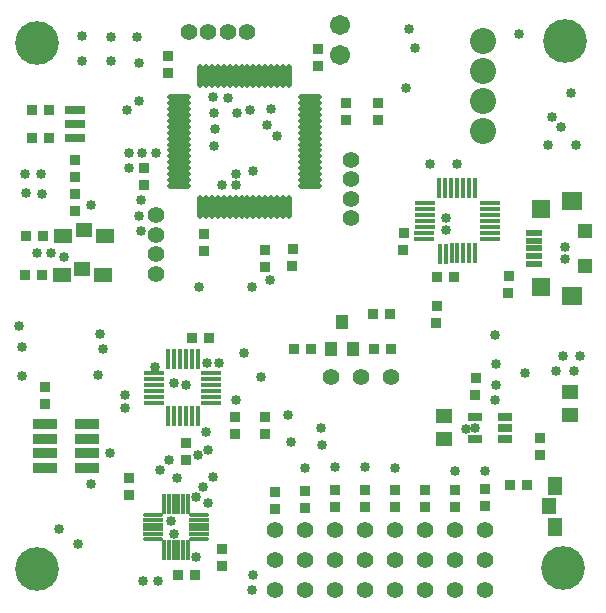
<source format=gts>
G04*
G04 #@! TF.GenerationSoftware,Altium Limited,Altium Designer,18.1.8 (232)*
G04*
G04 Layer_Color=8388736*
%FSLAX25Y25*%
%MOIN*%
G70*
G01*
G75*
%ADD47R,0.05524X0.02375*%
%ADD48R,0.03800X0.03800*%
%ADD49R,0.04343X0.04540*%
%ADD50R,0.04343X0.04540*%
%ADD51R,0.03800X0.03800*%
%ADD52R,0.06312X0.06312*%
%ADD53R,0.06706X0.06115*%
%ADD54R,0.04737X0.05131*%
%ADD55R,0.01706X0.06706*%
%ADD56R,0.06706X0.01706*%
%ADD57R,0.05918X0.04737*%
%ADD58R,0.05524X0.04737*%
%ADD59C,0.05524*%
%ADD60O,0.01981X0.07887*%
%ADD61O,0.07887X0.01981*%
G04:AMPARAMS|DCode=62|XSize=15.87mil|YSize=67.06mil|CornerRadius=7.94mil|HoleSize=0mil|Usage=FLASHONLY|Rotation=90.000|XOffset=0mil|YOffset=0mil|HoleType=Round|Shape=RoundedRectangle|*
%AMROUNDEDRECTD62*
21,1,0.01587,0.05118,0,0,90.0*
21,1,0.00000,0.06706,0,0,90.0*
1,1,0.01587,0.02559,0.00000*
1,1,0.01587,0.02559,0.00000*
1,1,0.01587,-0.02559,0.00000*
1,1,0.01587,-0.02559,0.00000*
%
%ADD62ROUNDEDRECTD62*%
%ADD63R,0.06706X0.01587*%
G04:AMPARAMS|DCode=64|XSize=15.87mil|YSize=67.06mil|CornerRadius=7.94mil|HoleSize=0mil|Usage=FLASHONLY|Rotation=0.000|XOffset=0mil|YOffset=0mil|HoleType=Round|Shape=RoundedRectangle|*
%AMROUNDEDRECTD64*
21,1,0.01587,0.05118,0,0,0.0*
21,1,0.00000,0.06706,0,0,0.0*
1,1,0.01587,0.00000,-0.02559*
1,1,0.01587,0.00000,-0.02559*
1,1,0.01587,0.00000,0.02559*
1,1,0.01587,0.00000,0.02559*
%
%ADD64ROUNDEDRECTD64*%
%ADD65R,0.01587X0.06706*%
%ADD66R,0.07887X0.03200*%
%ADD67R,0.06706X0.01784*%
%ADD68R,0.01784X0.06706*%
%ADD69R,0.06800X0.03162*%
%ADD70R,0.04737X0.05918*%
%ADD71R,0.04737X0.05524*%
%ADD72R,0.04737X0.02800*%
%ADD73R,0.05800X0.04800*%
%ADD74C,0.14580*%
%ADD75C,0.08674*%
%ADD76C,0.06706*%
%ADD77C,0.03359*%
D47*
X176071Y114847D02*
D03*
Y117405D02*
D03*
Y122524D02*
D03*
Y119965D02*
D03*
Y112287D02*
D03*
D48*
X101650Y83994D02*
D03*
X96000Y84000D02*
D03*
X128350Y83951D02*
D03*
X122700Y83957D02*
D03*
X128000Y95500D02*
D03*
X122350Y95506D02*
D03*
X6650Y121440D02*
D03*
X12300Y121433D02*
D03*
X6350Y108440D02*
D03*
X12000Y108433D02*
D03*
X143650Y108006D02*
D03*
X149300Y108000D02*
D03*
X57500Y8500D02*
D03*
X63150Y8494D02*
D03*
X62150Y87506D02*
D03*
X67800Y87500D02*
D03*
X8650Y154192D02*
D03*
X14300Y154185D02*
D03*
X8650Y163573D02*
D03*
X14300Y163567D02*
D03*
X168150Y38506D02*
D03*
X173800Y38500D02*
D03*
D49*
X112000Y93021D02*
D03*
D50*
X115740Y83979D02*
D03*
X108260Y83979D02*
D03*
D51*
X143500Y92500D02*
D03*
X143506Y98150D02*
D03*
X167500Y102500D02*
D03*
X167506Y108150D02*
D03*
X132500Y117000D02*
D03*
X132506Y122650D02*
D03*
X86494Y111150D02*
D03*
X86500Y116800D02*
D03*
X66006Y122150D02*
D03*
X66000Y116500D02*
D03*
X46006Y144200D02*
D03*
X46000Y138550D02*
D03*
X53994Y175850D02*
D03*
X54000Y181500D02*
D03*
X104006Y183850D02*
D03*
X104000Y178200D02*
D03*
X22894Y129850D02*
D03*
X22900Y135500D02*
D03*
X22894Y141350D02*
D03*
X22900Y147000D02*
D03*
X124006Y165850D02*
D03*
X124000Y160200D02*
D03*
X95500Y111500D02*
D03*
X95506Y117150D02*
D03*
X113494Y160145D02*
D03*
X113500Y165795D02*
D03*
X40994Y35150D02*
D03*
X41000Y40800D02*
D03*
X71994Y11650D02*
D03*
X72000Y17300D02*
D03*
X12907Y65650D02*
D03*
X12913Y71300D02*
D03*
X86500Y61350D02*
D03*
X86494Y55700D02*
D03*
X76500Y61350D02*
D03*
X76494Y55700D02*
D03*
X60110Y52500D02*
D03*
X60104Y46850D02*
D03*
X177994Y48650D02*
D03*
X178000Y54300D02*
D03*
X156506Y74350D02*
D03*
X156500Y68700D02*
D03*
X109753Y31150D02*
D03*
X109760Y36800D02*
D03*
X99747Y30850D02*
D03*
X99753Y36500D02*
D03*
X89753Y30650D02*
D03*
X89760Y36300D02*
D03*
X119747Y31150D02*
D03*
X119753Y36800D02*
D03*
X129747Y31150D02*
D03*
X129753Y36800D02*
D03*
X139753Y31150D02*
D03*
X139760Y36800D02*
D03*
X149747Y31150D02*
D03*
X149753Y36800D02*
D03*
X159753Y31500D02*
D03*
X159760Y37150D02*
D03*
D52*
X178433Y130398D02*
D03*
Y104413D02*
D03*
D53*
X188512Y133153D02*
D03*
Y101657D02*
D03*
D54*
X193000Y123311D02*
D03*
Y111500D02*
D03*
D55*
X144588Y115650D02*
D03*
X146557Y115689D02*
D03*
X148525Y115728D02*
D03*
X156439D02*
D03*
X154431D02*
D03*
X152462D02*
D03*
X150454D02*
D03*
X144391Y137500D02*
D03*
X146439D02*
D03*
X148486Y137539D02*
D03*
X156399D02*
D03*
X154391D02*
D03*
X152423D02*
D03*
X150454D02*
D03*
D56*
X139470Y120571D02*
D03*
Y122618D02*
D03*
X139509Y124626D02*
D03*
X139628Y132500D02*
D03*
Y130532D02*
D03*
Y128563D02*
D03*
X139549Y126594D02*
D03*
X161360Y120689D02*
D03*
Y122658D02*
D03*
Y124587D02*
D03*
Y132539D02*
D03*
Y130571D02*
D03*
Y128563D02*
D03*
Y126594D02*
D03*
D57*
X18610Y108433D02*
D03*
X32390D02*
D03*
X19110Y121433D02*
D03*
X32890D02*
D03*
D58*
X25500Y110433D02*
D03*
X26000Y123433D02*
D03*
D59*
X80500Y189500D02*
D03*
X74000D02*
D03*
X67500D02*
D03*
X61000D02*
D03*
X50000Y109000D02*
D03*
Y115500D02*
D03*
Y122000D02*
D03*
Y128500D02*
D03*
X115000Y127500D02*
D03*
Y134000D02*
D03*
Y140500D02*
D03*
Y147000D02*
D03*
X128500Y74500D02*
D03*
X118500D02*
D03*
X108500D02*
D03*
X159753Y13500D02*
D03*
Y23500D02*
D03*
Y3500D02*
D03*
X149753D02*
D03*
X139753D02*
D03*
X129753D02*
D03*
X119753D02*
D03*
X109753D02*
D03*
X99753D02*
D03*
X89753D02*
D03*
X149753Y13500D02*
D03*
X139753D02*
D03*
X129753D02*
D03*
X119753D02*
D03*
X109753D02*
D03*
X99753D02*
D03*
X89753D02*
D03*
X149753Y23500D02*
D03*
X139753D02*
D03*
X129753D02*
D03*
X119753D02*
D03*
X109753D02*
D03*
X99753D02*
D03*
X89753D02*
D03*
D60*
X64736Y174850D02*
D03*
X66705D02*
D03*
X68673D02*
D03*
X70642D02*
D03*
X72610D02*
D03*
X74579D02*
D03*
X76547D02*
D03*
X78516D02*
D03*
X80484D02*
D03*
X82453D02*
D03*
X84421D02*
D03*
X86390D02*
D03*
X88358D02*
D03*
X90327D02*
D03*
X92295D02*
D03*
X94264D02*
D03*
Y131150D02*
D03*
X92295D02*
D03*
X90327D02*
D03*
X88358D02*
D03*
X86390D02*
D03*
X84421D02*
D03*
X82453D02*
D03*
X80484D02*
D03*
X78516D02*
D03*
X76547D02*
D03*
X74579D02*
D03*
X72610D02*
D03*
X70642D02*
D03*
X68673D02*
D03*
X66705D02*
D03*
X64736D02*
D03*
D61*
X101350Y167764D02*
D03*
Y165795D02*
D03*
Y163827D02*
D03*
Y161858D02*
D03*
Y159890D02*
D03*
Y157921D02*
D03*
Y155953D02*
D03*
Y153984D02*
D03*
Y152016D02*
D03*
Y150047D02*
D03*
Y148079D02*
D03*
Y146110D02*
D03*
Y144142D02*
D03*
Y142173D02*
D03*
Y140205D02*
D03*
Y138236D02*
D03*
X57650D02*
D03*
Y140205D02*
D03*
Y142173D02*
D03*
Y144142D02*
D03*
Y146110D02*
D03*
Y148079D02*
D03*
Y150047D02*
D03*
Y152016D02*
D03*
Y153984D02*
D03*
Y155953D02*
D03*
Y157921D02*
D03*
Y159890D02*
D03*
Y161858D02*
D03*
Y163827D02*
D03*
Y165795D02*
D03*
Y167764D02*
D03*
D62*
X49042Y28437D02*
D03*
Y20563D02*
D03*
X64317D02*
D03*
Y28437D02*
D03*
D63*
X49042Y26862D02*
D03*
Y25287D02*
D03*
Y23713D02*
D03*
Y22138D02*
D03*
X64317D02*
D03*
Y23713D02*
D03*
Y25287D02*
D03*
Y26862D02*
D03*
D64*
X52743Y32138D02*
D03*
X60617D02*
D03*
Y16862D02*
D03*
X52743D02*
D03*
D65*
X54317Y32138D02*
D03*
X55892D02*
D03*
X57467D02*
D03*
X59042D02*
D03*
Y16862D02*
D03*
X57467D02*
D03*
X55892D02*
D03*
X54317D02*
D03*
D66*
X12913Y58900D02*
D03*
Y54000D02*
D03*
Y49039D02*
D03*
Y44118D02*
D03*
X27156D02*
D03*
Y49039D02*
D03*
Y54000D02*
D03*
Y58900D02*
D03*
D67*
X49374Y75874D02*
D03*
Y73905D02*
D03*
Y71937D02*
D03*
Y69968D02*
D03*
Y68000D02*
D03*
Y66031D02*
D03*
X68468D02*
D03*
Y68000D02*
D03*
Y69968D02*
D03*
Y71937D02*
D03*
Y73905D02*
D03*
Y75874D02*
D03*
D68*
X63842Y61405D02*
D03*
X61874D02*
D03*
X59905D02*
D03*
X57937D02*
D03*
X55968D02*
D03*
X54000D02*
D03*
X63842Y80500D02*
D03*
X61874D02*
D03*
X59905D02*
D03*
X57937D02*
D03*
X55968D02*
D03*
X54000D02*
D03*
D69*
X23000Y163567D02*
D03*
X23000Y154118D02*
D03*
X23000Y158843D02*
D03*
D70*
X183000Y24521D02*
D03*
Y38300D02*
D03*
D71*
X181000Y31410D02*
D03*
D72*
X156500Y61240D02*
D03*
Y53760D02*
D03*
X166500Y57500D02*
D03*
Y61240D02*
D03*
Y53760D02*
D03*
D73*
X188000Y69500D02*
D03*
Y61800D02*
D03*
X146000Y61500D02*
D03*
Y53800D02*
D03*
D74*
X10500Y10500D02*
D03*
X186500Y186500D02*
D03*
X185621Y11000D02*
D03*
X10500Y186000D02*
D03*
D75*
X159000Y156500D02*
D03*
Y166500D02*
D03*
Y176500D02*
D03*
Y186500D02*
D03*
D76*
X111500Y182000D02*
D03*
Y192000D02*
D03*
D77*
X88000Y107000D02*
D03*
X95000Y52904D02*
D03*
X94000Y62000D02*
D03*
X105500Y51945D02*
D03*
X105000Y57598D02*
D03*
X162894Y66720D02*
D03*
X163227Y71749D02*
D03*
X163306Y79000D02*
D03*
X156335Y57399D02*
D03*
X153444Y57272D02*
D03*
X172921Y76000D02*
D03*
X183176Y76607D02*
D03*
X189500Y76500D02*
D03*
X185756Y81657D02*
D03*
X191500D02*
D03*
X190000Y151897D02*
D03*
X188447Y169345D02*
D03*
X184995Y158000D02*
D03*
X180628Y152016D02*
D03*
X182000Y161248D02*
D03*
X171000Y188733D02*
D03*
X136500Y184356D02*
D03*
X134500Y190500D02*
D03*
X82000Y3373D02*
D03*
X82453Y8494D02*
D03*
X24000Y19000D02*
D03*
X17836Y24000D02*
D03*
X50694Y6500D02*
D03*
X45631D02*
D03*
X63438Y34697D02*
D03*
X67500Y32500D02*
D03*
X65790Y37723D02*
D03*
X69088Y41300D02*
D03*
X28500Y39007D02*
D03*
X67403Y50311D02*
D03*
X64152Y48559D02*
D03*
X71000Y79129D02*
D03*
X66877D02*
D03*
X49553Y78000D02*
D03*
X39510Y64199D02*
D03*
Y68611D02*
D03*
X31185Y89000D02*
D03*
X4500Y91500D02*
D03*
X30601Y75306D02*
D03*
X32500Y84000D02*
D03*
X5500Y75000D02*
D03*
Y84447D02*
D03*
X19441Y114678D02*
D03*
X15000Y116000D02*
D03*
X10413D02*
D03*
X44840Y123164D02*
D03*
X50000Y149068D02*
D03*
X45500D02*
D03*
X40994D02*
D03*
X44389Y128063D02*
D03*
X45000Y133500D02*
D03*
X72073Y138550D02*
D03*
X76751Y138400D02*
D03*
Y142088D02*
D03*
X12013Y135601D02*
D03*
X6780Y135893D02*
D03*
X11609Y142280D02*
D03*
X6214D02*
D03*
X69279Y151478D02*
D03*
X69702Y157107D02*
D03*
X69437Y162541D02*
D03*
X74000Y167456D02*
D03*
X69088Y167780D02*
D03*
X44500Y179332D02*
D03*
X34962Y179764D02*
D03*
X25400Y180000D02*
D03*
X43719Y187912D02*
D03*
X34962Y188000D02*
D03*
X25500Y188228D02*
D03*
X163000Y88500D02*
D03*
X133500Y171000D02*
D03*
X88358Y163827D02*
D03*
X81500Y163500D02*
D03*
X77000Y162500D02*
D03*
X87000Y158500D02*
D03*
X82413Y143087D02*
D03*
X90500Y155000D02*
D03*
X159760Y43240D02*
D03*
X149753Y43365D02*
D03*
X129753Y44247D02*
D03*
X119753Y44494D02*
D03*
X109760D02*
D03*
X99753Y44112D02*
D03*
X150454Y145500D02*
D03*
X141500D02*
D03*
X44500Y166500D02*
D03*
X40500Y163500D02*
D03*
X63500Y14500D02*
D03*
X66597Y56108D02*
D03*
X85000Y74500D02*
D03*
X76547Y67000D02*
D03*
X79500Y82500D02*
D03*
X55000Y26500D02*
D03*
X64500Y104500D02*
D03*
X82000Y104413D02*
D03*
X34611Y49039D02*
D03*
X59905Y72000D02*
D03*
X55892Y72500D02*
D03*
X51500Y43500D02*
D03*
X54317Y46817D02*
D03*
X57000Y40800D02*
D03*
X55892Y22138D02*
D03*
X41000Y144200D02*
D03*
X28500Y132000D02*
D03*
X186500Y118000D02*
D03*
Y114000D02*
D03*
X146557Y123500D02*
D03*
Y127500D02*
D03*
M02*

</source>
